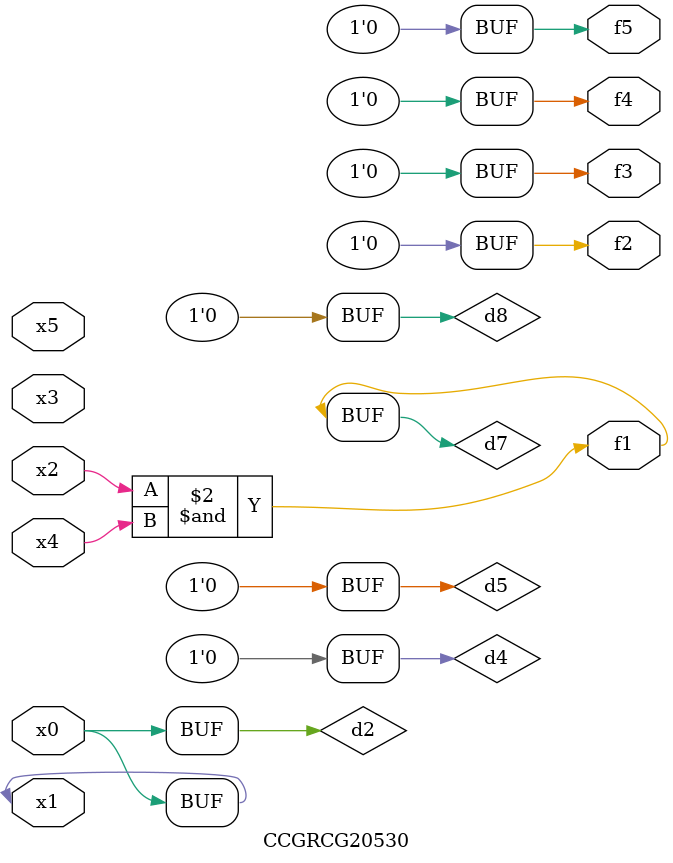
<source format=v>
module CCGRCG20530(
	input x0, x1, x2, x3, x4, x5,
	output f1, f2, f3, f4, f5
);

	wire d1, d2, d3, d4, d5, d6, d7, d8, d9;

	nand (d1, x1);
	buf (d2, x0, x1);
	nand (d3, x2, x4);
	and (d4, d1, d2);
	and (d5, d1, d2);
	nand (d6, d1, d3);
	not (d7, d3);
	xor (d8, d5);
	nor (d9, d5, d6);
	assign f1 = d7;
	assign f2 = d8;
	assign f3 = d8;
	assign f4 = d8;
	assign f5 = d8;
endmodule

</source>
